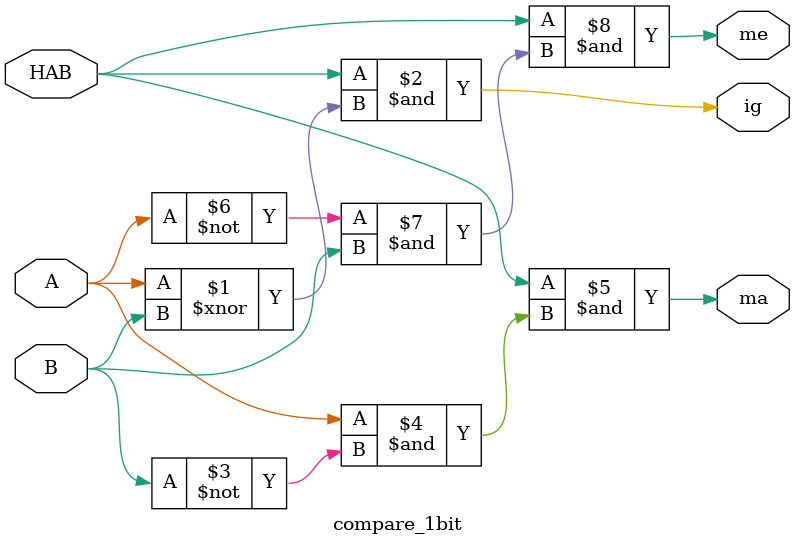
<source format=v>
module compare_1bit (ig, ma, me, A, B, HAB);
    input A, B, HAB;
    output ig, ma, me;
    
    assign ig = HAB & (A~^B);
    assign ma = HAB & (A&(~B));
    assign me = HAB & (~(A)&B);
endmodule
</source>
